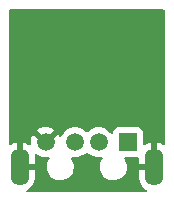
<source format=gbr>
%TF.GenerationSoftware,KiCad,Pcbnew,(6.0.1-0)*%
%TF.CreationDate,2022-09-16T03:33:08-04:00*%
%TF.ProjectId,mini_proj1,6d696e69-5f70-4726-9f6a-312e6b696361,rev?*%
%TF.SameCoordinates,Original*%
%TF.FileFunction,Copper,L2,Bot*%
%TF.FilePolarity,Positive*%
%FSLAX46Y46*%
G04 Gerber Fmt 4.6, Leading zero omitted, Abs format (unit mm)*
G04 Created by KiCad (PCBNEW (6.0.1-0)) date 2022-09-16 03:33:08*
%MOMM*%
%LPD*%
G01*
G04 APERTURE LIST*
%TA.AperFunction,ComponentPad*%
%ADD10O,1.575000X3.150000*%
%TD*%
%TA.AperFunction,ComponentPad*%
%ADD11C,1.508000*%
%TD*%
%TA.AperFunction,ComponentPad*%
%ADD12R,1.508000X1.508000*%
%TD*%
%TA.AperFunction,ViaPad*%
%ADD13C,0.800000*%
%TD*%
G04 APERTURE END LIST*
D10*
%TO.P,J1,5,Shield*%
%TO.N,GND*%
X128920000Y-81662500D03*
X140320000Y-81662500D03*
D11*
%TO.P,J1,4,GND*%
X131120000Y-79562500D03*
%TO.P,J1,3,D+*%
%TO.N,unconnected-(J1-Pad3)*%
X133620000Y-79562500D03*
%TO.P,J1,2,D-*%
%TO.N,unconnected-(J1-Pad2)*%
X135620000Y-79562500D03*
D12*
%TO.P,J1,1,VBUS*%
%TO.N,Net-(C1-Pad1)*%
X138120000Y-79562500D03*
%TD*%
D13*
%TO.N,GND*%
X138684000Y-75692000D03*
X137668000Y-77724000D03*
X134366000Y-76454000D03*
X136144000Y-69596000D03*
X130556000Y-73914000D03*
X139192000Y-77724000D03*
X137160000Y-75692000D03*
X129032000Y-81788000D03*
X140462000Y-81788000D03*
X131120007Y-79562503D03*
%TD*%
%TA.AperFunction,Conductor*%
%TO.N,GND*%
G36*
X141166121Y-68346002D02*
G01*
X141212614Y-68399658D01*
X141224000Y-68452000D01*
X141224000Y-79684429D01*
X141203998Y-79752550D01*
X141150342Y-79799043D01*
X141080068Y-79809147D01*
X141025730Y-79787642D01*
X140974739Y-79751938D01*
X140965238Y-79746452D01*
X140769762Y-79655301D01*
X140759470Y-79651555D01*
X140591497Y-79606547D01*
X140577401Y-79606883D01*
X140574000Y-79614825D01*
X140574000Y-81790500D01*
X140553998Y-81858621D01*
X140500342Y-81905114D01*
X140448000Y-81916500D01*
X139042615Y-81916500D01*
X139027376Y-81920975D01*
X139026171Y-81922365D01*
X139024500Y-81930048D01*
X139024500Y-82503827D01*
X139024738Y-82509291D01*
X139038829Y-82670341D01*
X139040732Y-82681136D01*
X139096555Y-82889470D01*
X139100301Y-82899762D01*
X139191455Y-83095243D01*
X139196933Y-83104729D01*
X139320639Y-83281401D01*
X139327693Y-83289808D01*
X139480190Y-83442305D01*
X139488598Y-83449361D01*
X139665266Y-83573065D01*
X139674766Y-83578550D01*
X139677458Y-83579805D01*
X139678444Y-83580674D01*
X139679526Y-83581298D01*
X139679401Y-83581515D01*
X139730743Y-83626721D01*
X139750205Y-83694998D01*
X139729664Y-83762958D01*
X139675642Y-83809025D01*
X139624209Y-83820000D01*
X129615790Y-83820000D01*
X129547669Y-83799998D01*
X129501176Y-83746342D01*
X129491072Y-83676068D01*
X129520566Y-83611488D01*
X129560498Y-83581347D01*
X129560471Y-83581300D01*
X129560851Y-83581080D01*
X129562541Y-83579805D01*
X129565239Y-83578547D01*
X129574729Y-83573067D01*
X129751401Y-83449361D01*
X129759808Y-83442307D01*
X129912307Y-83289808D01*
X129919361Y-83281401D01*
X130043067Y-83104729D01*
X130048545Y-83095243D01*
X130139699Y-82899762D01*
X130143445Y-82889470D01*
X130199268Y-82681136D01*
X130201171Y-82670341D01*
X130215262Y-82509291D01*
X130215500Y-82503827D01*
X130215500Y-81934615D01*
X130211025Y-81919376D01*
X130209635Y-81918171D01*
X130201952Y-81916500D01*
X128792000Y-81916500D01*
X128723879Y-81896498D01*
X128677386Y-81842842D01*
X128666000Y-81790500D01*
X128666000Y-81390385D01*
X129174000Y-81390385D01*
X129178475Y-81405624D01*
X129179865Y-81406829D01*
X129187548Y-81408500D01*
X130197385Y-81408500D01*
X130212624Y-81404025D01*
X130213829Y-81402635D01*
X130215500Y-81394952D01*
X130215500Y-80821173D01*
X130215261Y-80815687D01*
X130206557Y-80716208D01*
X130220545Y-80646603D01*
X130269944Y-80595611D01*
X130339070Y-80579420D01*
X130404348Y-80602013D01*
X130482081Y-80656442D01*
X130491576Y-80661925D01*
X130681740Y-80750599D01*
X130692032Y-80754345D01*
X130894704Y-80808651D01*
X130905499Y-80810554D01*
X131114525Y-80828842D01*
X131125475Y-80828842D01*
X131323792Y-80811491D01*
X131393397Y-80825480D01*
X131444389Y-80874879D01*
X131460580Y-80944005D01*
X131440903Y-81000065D01*
X131443002Y-81001279D01*
X131334693Y-81188499D01*
X131263740Y-81392823D01*
X131232703Y-81606877D01*
X131242704Y-81822938D01*
X131244108Y-81828763D01*
X131244108Y-81828764D01*
X131265253Y-81916500D01*
X131293380Y-82033210D01*
X131382903Y-82230106D01*
X131508043Y-82406521D01*
X131664285Y-82556090D01*
X131669320Y-82559341D01*
X131840954Y-82670164D01*
X131840957Y-82670165D01*
X131845991Y-82673416D01*
X132046604Y-82754266D01*
X132052485Y-82755414D01*
X132052490Y-82755416D01*
X132254441Y-82794854D01*
X132254444Y-82794854D01*
X132258887Y-82795722D01*
X132264571Y-82796000D01*
X132424041Y-82796000D01*
X132585315Y-82780613D01*
X132792860Y-82719726D01*
X132867787Y-82681136D01*
X132979817Y-82623437D01*
X132979820Y-82623435D01*
X132985148Y-82620691D01*
X133072666Y-82551945D01*
X133150522Y-82490789D01*
X133150527Y-82490785D01*
X133155239Y-82487083D01*
X133159171Y-82482552D01*
X133293067Y-82328252D01*
X133293071Y-82328247D01*
X133296998Y-82323721D01*
X133405307Y-82136501D01*
X133476260Y-81932177D01*
X133481433Y-81896498D01*
X133506436Y-81724063D01*
X133506436Y-81724060D01*
X133507297Y-81718123D01*
X133497296Y-81502062D01*
X133446620Y-81291790D01*
X133357097Y-81094894D01*
X133296822Y-81009922D01*
X133273724Y-80942788D01*
X133290588Y-80873823D01*
X133342060Y-80824924D01*
X133410573Y-80811501D01*
X133614525Y-80829344D01*
X133620000Y-80829823D01*
X133840068Y-80810570D01*
X134002243Y-80767115D01*
X134048140Y-80754817D01*
X134048142Y-80754816D01*
X134053450Y-80753394D01*
X134059444Y-80750599D01*
X134248675Y-80662360D01*
X134248680Y-80662357D01*
X134253662Y-80660034D01*
X134265730Y-80651584D01*
X134430109Y-80536485D01*
X134430112Y-80536483D01*
X134434620Y-80533326D01*
X134530905Y-80437041D01*
X134593217Y-80403015D01*
X134664032Y-80408080D01*
X134709095Y-80437041D01*
X134805380Y-80533326D01*
X134809888Y-80536483D01*
X134809891Y-80536485D01*
X134974270Y-80651584D01*
X134986338Y-80660034D01*
X134991320Y-80662357D01*
X134991325Y-80662360D01*
X135180556Y-80750599D01*
X135186550Y-80753394D01*
X135191858Y-80754816D01*
X135191860Y-80754817D01*
X135237757Y-80767115D01*
X135399932Y-80810570D01*
X135620000Y-80829823D01*
X135823411Y-80812027D01*
X135893014Y-80826016D01*
X135944007Y-80875416D01*
X135960197Y-80944542D01*
X135940759Y-80999981D01*
X135943002Y-81001279D01*
X135834693Y-81188499D01*
X135763740Y-81392823D01*
X135732703Y-81606877D01*
X135742704Y-81822938D01*
X135744108Y-81828763D01*
X135744108Y-81828764D01*
X135765253Y-81916500D01*
X135793380Y-82033210D01*
X135882903Y-82230106D01*
X136008043Y-82406521D01*
X136164285Y-82556090D01*
X136169320Y-82559341D01*
X136340954Y-82670164D01*
X136340957Y-82670165D01*
X136345991Y-82673416D01*
X136546604Y-82754266D01*
X136552485Y-82755414D01*
X136552490Y-82755416D01*
X136754441Y-82794854D01*
X136754444Y-82794854D01*
X136758887Y-82795722D01*
X136764571Y-82796000D01*
X136924041Y-82796000D01*
X137085315Y-82780613D01*
X137292860Y-82719726D01*
X137367787Y-82681136D01*
X137479817Y-82623437D01*
X137479820Y-82623435D01*
X137485148Y-82620691D01*
X137572666Y-82551945D01*
X137650522Y-82490789D01*
X137650527Y-82490785D01*
X137655239Y-82487083D01*
X137659171Y-82482552D01*
X137793067Y-82328252D01*
X137793071Y-82328247D01*
X137796998Y-82323721D01*
X137905307Y-82136501D01*
X137976260Y-81932177D01*
X137981433Y-81896498D01*
X138006436Y-81724063D01*
X138006436Y-81724060D01*
X138007297Y-81718123D01*
X137997296Y-81502062D01*
X137946620Y-81291790D01*
X137857097Y-81094894D01*
X137806737Y-81023899D01*
X137783639Y-80956766D01*
X137800503Y-80887801D01*
X137851975Y-80838902D01*
X137909507Y-80825000D01*
X138898500Y-80825000D01*
X138966621Y-80845002D01*
X139013114Y-80898658D01*
X139024500Y-80951000D01*
X139024500Y-81390385D01*
X139028975Y-81405624D01*
X139030365Y-81406829D01*
X139038048Y-81408500D01*
X140047885Y-81408500D01*
X140063124Y-81404025D01*
X140064329Y-81402635D01*
X140066000Y-81394952D01*
X140066000Y-79619974D01*
X140062027Y-79606443D01*
X140053478Y-79605214D01*
X139880530Y-79651555D01*
X139870238Y-79655301D01*
X139674757Y-79746455D01*
X139665279Y-79751928D01*
X139580770Y-79811101D01*
X139513496Y-79833788D01*
X139444636Y-79816503D01*
X139396052Y-79764733D01*
X139382500Y-79707887D01*
X139382500Y-78760366D01*
X139375745Y-78698184D01*
X139324615Y-78561795D01*
X139237261Y-78445239D01*
X139120705Y-78357885D01*
X138984316Y-78306755D01*
X138922134Y-78300000D01*
X137317866Y-78300000D01*
X137255684Y-78306755D01*
X137119295Y-78357885D01*
X137002739Y-78445239D01*
X136915385Y-78561795D01*
X136864255Y-78698184D01*
X136859280Y-78743985D01*
X136859061Y-78745999D01*
X136831820Y-78811561D01*
X136773457Y-78851988D01*
X136702503Y-78854444D01*
X136641485Y-78818149D01*
X136630585Y-78804662D01*
X136601961Y-78763783D01*
X136590826Y-78747880D01*
X136434620Y-78591674D01*
X136430112Y-78588517D01*
X136430109Y-78588515D01*
X136258171Y-78468123D01*
X136258168Y-78468121D01*
X136253662Y-78464966D01*
X136248680Y-78462643D01*
X136248675Y-78462640D01*
X136058432Y-78373929D01*
X136058431Y-78373929D01*
X136053450Y-78371606D01*
X136048142Y-78370184D01*
X136048140Y-78370183D01*
X135982748Y-78352661D01*
X135840068Y-78314430D01*
X135620000Y-78295177D01*
X135399932Y-78314430D01*
X135257252Y-78352661D01*
X135191860Y-78370183D01*
X135191858Y-78370184D01*
X135186550Y-78371606D01*
X135181569Y-78373928D01*
X135181568Y-78373929D01*
X134991320Y-78462643D01*
X134991317Y-78462645D01*
X134986339Y-78464966D01*
X134805380Y-78591674D01*
X134709095Y-78687959D01*
X134646783Y-78721985D01*
X134575968Y-78716920D01*
X134530905Y-78687959D01*
X134434620Y-78591674D01*
X134430112Y-78588517D01*
X134430109Y-78588515D01*
X134258171Y-78468123D01*
X134258168Y-78468121D01*
X134253662Y-78464966D01*
X134248680Y-78462643D01*
X134248675Y-78462640D01*
X134058432Y-78373929D01*
X134058431Y-78373929D01*
X134053450Y-78371606D01*
X134048142Y-78370184D01*
X134048140Y-78370183D01*
X133982748Y-78352661D01*
X133840068Y-78314430D01*
X133620000Y-78295177D01*
X133399932Y-78314430D01*
X133257252Y-78352661D01*
X133191860Y-78370183D01*
X133191858Y-78370184D01*
X133186550Y-78371606D01*
X133181569Y-78373928D01*
X133181568Y-78373929D01*
X132991320Y-78462643D01*
X132991317Y-78462645D01*
X132986339Y-78464966D01*
X132805380Y-78591674D01*
X132649174Y-78747880D01*
X132522466Y-78928839D01*
X132520145Y-78933817D01*
X132520143Y-78933820D01*
X132483919Y-79011503D01*
X132437002Y-79064788D01*
X132368724Y-79084249D01*
X132300764Y-79063707D01*
X132255529Y-79011503D01*
X132219424Y-78934075D01*
X132213945Y-78924585D01*
X132184461Y-78882478D01*
X132173985Y-78874104D01*
X132160537Y-78881173D01*
X131209095Y-79832615D01*
X131146783Y-79866641D01*
X131075968Y-79861576D01*
X131030905Y-79832615D01*
X130078741Y-78880451D01*
X130066967Y-78874021D01*
X130054951Y-78883317D01*
X130026055Y-78924585D01*
X130020577Y-78934075D01*
X129931901Y-79124240D01*
X129928155Y-79134532D01*
X129873849Y-79337204D01*
X129871946Y-79347999D01*
X129853658Y-79557025D01*
X129853658Y-79567986D01*
X129865454Y-79702809D01*
X129851466Y-79772414D01*
X129802067Y-79823406D01*
X129732941Y-79839597D01*
X129667664Y-79817005D01*
X129574731Y-79751934D01*
X129565238Y-79746452D01*
X129369762Y-79655301D01*
X129359470Y-79651555D01*
X129191497Y-79606547D01*
X129177401Y-79606883D01*
X129174000Y-79614825D01*
X129174000Y-81390385D01*
X128666000Y-81390385D01*
X128666000Y-79619974D01*
X128662027Y-79606443D01*
X128653478Y-79605214D01*
X128480530Y-79651555D01*
X128470238Y-79655301D01*
X128274757Y-79746455D01*
X128265278Y-79751928D01*
X128214270Y-79787644D01*
X128146996Y-79810331D01*
X128078135Y-79793045D01*
X128029552Y-79741275D01*
X128016000Y-79684430D01*
X128016000Y-78508515D01*
X130431604Y-78508515D01*
X130438673Y-78521963D01*
X131107188Y-79190478D01*
X131121132Y-79198092D01*
X131122965Y-79197961D01*
X131129580Y-79193710D01*
X131802049Y-78521241D01*
X131808479Y-78509466D01*
X131799183Y-78497451D01*
X131757919Y-78468558D01*
X131748424Y-78463075D01*
X131558260Y-78374401D01*
X131547968Y-78370655D01*
X131345296Y-78316349D01*
X131334501Y-78314446D01*
X131125475Y-78296158D01*
X131114525Y-78296158D01*
X130905499Y-78314446D01*
X130894704Y-78316349D01*
X130692032Y-78370655D01*
X130681740Y-78374401D01*
X130491575Y-78463077D01*
X130482085Y-78468555D01*
X130439978Y-78498039D01*
X130431604Y-78508515D01*
X128016000Y-78508515D01*
X128016000Y-68452000D01*
X128036002Y-68383879D01*
X128089658Y-68337386D01*
X128142000Y-68326000D01*
X141098000Y-68326000D01*
X141166121Y-68346002D01*
G37*
%TD.AperFunction*%
%TD*%
M02*

</source>
